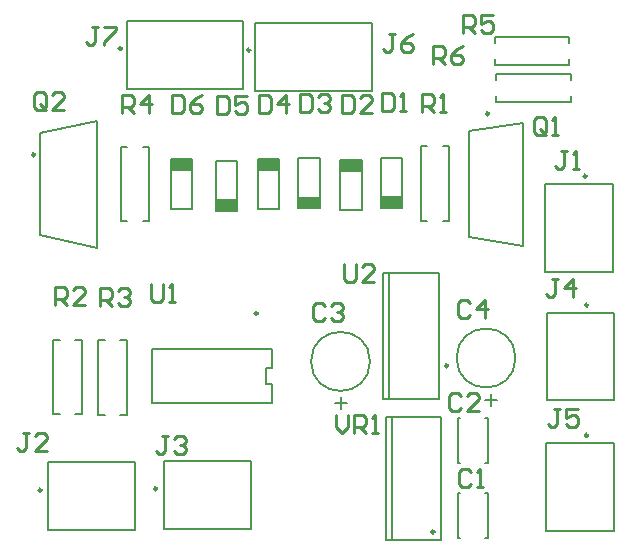
<source format=gto>
G04*
G04 #@! TF.GenerationSoftware,Altium Limited,Altium Designer,23.6.0 (18)*
G04*
G04 Layer_Color=65535*
%FSLAX44Y44*%
%MOMM*%
G71*
G04*
G04 #@! TF.SameCoordinates,C98FF4F9-6FCD-44A5-A41D-EB2AB3F7E161*
G04*
G04*
G04 #@! TF.FilePolarity,Positive*
G04*
G01*
G75*
%ADD10C,0.2500*%
%ADD11C,0.2000*%
%ADD12C,0.2540*%
%ADD13C,0.1500*%
%ADD14R,1.8500X0.9820*%
D10*
X493241Y344540D02*
G03*
X493241Y344540I-1250J0D01*
G01*
X410691Y397570D02*
G03*
X410691Y397570I-1250J0D01*
G01*
X208621Y451350D02*
G03*
X208621Y451350I-1250J0D01*
G01*
X99801Y452620D02*
G03*
X99801Y452620I-1250J0D01*
G01*
X376001Y184150D02*
G03*
X376001Y184150I-1250J0D01*
G01*
X494681Y235520D02*
G03*
X494681Y235520I-1250J0D01*
G01*
X129651Y80010D02*
G03*
X129651Y80010I-1250J0D01*
G01*
X31861Y78740D02*
G03*
X31861Y78740I-1250J0D01*
G01*
X214861Y228460D02*
G03*
X214861Y228460I-1250J0D01*
G01*
X364541Y43400D02*
G03*
X364541Y43400I-1250J0D01*
G01*
X494511Y125230D02*
G03*
X494511Y125230I-1250J0D01*
G01*
X26361Y362820D02*
G03*
X26361Y362820I-1250J0D01*
G01*
D11*
X309981Y187800D02*
G03*
X309981Y187800I-25000J0D01*
G01*
X433171Y190660D02*
G03*
X433171Y190660I-25000J0D01*
G01*
X515491Y263790D02*
Y337790D01*
X457991Y263790D02*
X515491D01*
X457991D02*
Y337790D01*
X515491D01*
X439241Y285820D02*
Y389820D01*
X393741Y382820D02*
X439241Y389820D01*
X393741Y292820D02*
X439241Y285820D01*
X393741Y292820D02*
Y382820D01*
X416761Y407100D02*
X479761D01*
X416761Y431100D02*
X479761D01*
X416761Y425840D02*
Y431100D01*
X479761Y407100D02*
Y412360D01*
X416761Y407100D02*
Y412360D01*
X479761Y425840D02*
Y431100D01*
X415491Y462850D02*
X478491D01*
X415491Y438850D02*
X478491D01*
Y444110D01*
X415491Y457590D02*
Y462850D01*
X478491Y457590D02*
Y462850D01*
X415491Y438850D02*
Y444110D01*
X212621Y416850D02*
Y474350D01*
Y416850D02*
X311621D01*
Y474350D01*
X212621D02*
X311621D01*
X103801Y418120D02*
Y475620D01*
Y418120D02*
X202801D01*
Y475620D01*
X103801D02*
X202801D01*
X326251Y156050D02*
Y263050D01*
X321251Y156050D02*
Y263050D01*
X368251Y156050D02*
Y263050D01*
X321251Y156050D02*
X368251D01*
X321251Y263050D02*
X368251D01*
X516931Y154770D02*
Y228770D01*
X459431Y154770D02*
X516931D01*
X459431D02*
Y228770D01*
X516931D01*
X135151Y103510D02*
X209151D01*
Y46010D02*
Y103510D01*
X135151Y46010D02*
X209151D01*
X135151D02*
Y103510D01*
X37361Y102240D02*
X111361D01*
Y44740D02*
Y102240D01*
X37361Y44740D02*
X111361D01*
X37361D02*
Y102240D01*
X124961Y198285D02*
X226561D01*
X124961Y152235D02*
Y198285D01*
Y152235D02*
X226561D01*
Y168681D01*
X221561D02*
X226561D01*
X221561D02*
Y181839D01*
X226561D01*
Y198285D01*
X384041Y38100D02*
Y76200D01*
X409441Y38100D02*
Y76200D01*
X384041D02*
X386241D01*
X384041Y38100D02*
X386241D01*
X407241D02*
X409441D01*
X407241Y76200D02*
X409441D01*
X328791Y36900D02*
Y140900D01*
X323791Y36900D02*
X369791D01*
Y36900D02*
Y140900D01*
X323791D02*
X369791D01*
X323791Y36900D02*
Y140900D01*
X409441Y101600D02*
Y139700D01*
X384041Y101600D02*
Y139700D01*
X407241Y101600D02*
X409441D01*
X407241Y139700D02*
X409441D01*
X384041D02*
X386241D01*
X384041Y101600D02*
X386241D01*
X516761Y44480D02*
Y118480D01*
X459261Y44480D02*
X516761D01*
X459261D02*
Y118480D01*
X516761D01*
X65841Y143210D02*
Y206210D01*
X41841Y143210D02*
Y206210D01*
Y143210D02*
X47101D01*
X60581Y206210D02*
X65841D01*
X60581Y143210D02*
X65841D01*
X41841Y206210D02*
X47101D01*
X376991Y306870D02*
Y369870D01*
X352991Y306870D02*
Y369870D01*
Y306870D02*
X358251D01*
X371731Y369870D02*
X376991D01*
X371731Y306870D02*
X376991D01*
X352991Y369870D02*
X358251D01*
X337411Y317840D02*
Y360340D01*
X318911D02*
X337411D01*
X318911Y317840D02*
X337411D01*
X318911D02*
Y360340D01*
X284621Y316020D02*
Y358520D01*
Y316020D02*
X303121D01*
X284621Y358520D02*
X303121D01*
Y316020D02*
Y358520D01*
X267561Y317290D02*
Y359790D01*
X249061D02*
X267561D01*
X249061Y317290D02*
X267561D01*
X249061D02*
Y359790D01*
X214771Y316570D02*
Y359070D01*
Y316570D02*
X233271D01*
X214771Y359070D02*
X233271D01*
Y316570D02*
Y359070D01*
X79941Y142490D02*
Y205490D01*
X103941Y142490D02*
Y205490D01*
X98681D02*
X103941D01*
X79941Y142490D02*
X85201D01*
X79941Y205490D02*
X85201D01*
X98681Y142490D02*
X103941D01*
X197711Y315300D02*
Y357800D01*
X179211D02*
X197711D01*
X179211Y315300D02*
X197711D01*
X179211D02*
Y357800D01*
X141111Y316570D02*
Y359070D01*
Y316570D02*
X159611D01*
X141111Y359070D02*
X159611D01*
Y316570D02*
Y359070D01*
X30711Y380820D02*
X79011Y391570D01*
Y284570D02*
Y391070D01*
X30711Y294820D02*
X79011Y284070D01*
X30711Y294820D02*
Y380820D01*
X98991Y306320D02*
Y369320D01*
X122991Y306320D02*
Y369320D01*
X117731D02*
X122991D01*
X98991Y306320D02*
X104251D01*
X98991Y369320D02*
X104251D01*
X117731Y306320D02*
X122991D01*
D12*
X476751Y365757D02*
X471673D01*
X474212D01*
Y353062D01*
X471673Y350522D01*
X469133D01*
X466594Y353062D01*
X481829Y350522D02*
X486908D01*
X484369D01*
Y365757D01*
X481829Y363218D01*
X458971Y382272D02*
Y392428D01*
X456432Y394967D01*
X451353D01*
X448814Y392428D01*
Y382272D01*
X451353Y379733D01*
X456432D01*
X453893Y384811D02*
X458971Y379733D01*
X456432D02*
X458971Y382272D01*
X464049Y379733D02*
X469128D01*
X466589D01*
Y394967D01*
X464049Y392428D01*
X363175Y439422D02*
Y454658D01*
X370793D01*
X373332Y452118D01*
Y447040D01*
X370793Y444501D01*
X363175D01*
X368253D02*
X373332Y439422D01*
X388567Y454658D02*
X383489Y452118D01*
X378410Y447040D01*
Y441962D01*
X380949Y439422D01*
X386028D01*
X388567Y441962D01*
Y444501D01*
X386028Y447040D01*
X378410D01*
X388575Y466092D02*
Y481328D01*
X396193D01*
X398732Y478788D01*
Y473710D01*
X396193Y471171D01*
X388575D01*
X393653D02*
X398732Y466092D01*
X413967Y481328D02*
X403810D01*
Y473710D01*
X408889Y476249D01*
X411428D01*
X413967Y473710D01*
Y468632D01*
X411428Y466092D01*
X406349D01*
X403810Y468632D01*
X330702Y464818D02*
X325623D01*
X328163D01*
Y452122D01*
X325623Y449582D01*
X323084D01*
X320545Y452122D01*
X345937Y464818D02*
X340858Y462278D01*
X335780Y457200D01*
Y452122D01*
X338319Y449582D01*
X343398D01*
X345937Y452122D01*
Y454661D01*
X343398Y457200D01*
X335780D01*
X79242Y471167D02*
X74163D01*
X76703D01*
Y458472D01*
X74163Y455933D01*
X71624D01*
X69085Y458472D01*
X84320Y471167D02*
X94477D01*
Y468628D01*
X84320Y458472D01*
Y455933D01*
X287525Y270508D02*
Y257812D01*
X290064Y255273D01*
X295143D01*
X297682Y257812D01*
Y270508D01*
X312917Y255273D02*
X302760D01*
X312917Y265429D01*
Y267968D01*
X310378Y270508D01*
X305299D01*
X302760Y267968D01*
X470402Y147317D02*
X465323D01*
X467863D01*
Y134622D01*
X465323Y132083D01*
X462784D01*
X460245Y134622D01*
X485637Y147317D02*
X475480D01*
Y139700D01*
X480559Y142239D01*
X483098D01*
X485637Y139700D01*
Y134622D01*
X483098Y132083D01*
X478019D01*
X475480Y134622D01*
X281177Y142238D02*
Y132081D01*
X286255Y127002D01*
X291333Y132081D01*
Y142238D01*
X296412Y127002D02*
Y142238D01*
X304029D01*
X306569Y139698D01*
Y134620D01*
X304029Y132081D01*
X296412D01*
X301490D02*
X306569Y127002D01*
X311647D02*
X316725D01*
X314186D01*
Y142238D01*
X311647Y139698D01*
X124199Y253741D02*
Y241045D01*
X126738Y238506D01*
X131817D01*
X134356Y241045D01*
Y253741D01*
X139434Y238506D02*
X144512D01*
X141973D01*
Y253741D01*
X139434Y251202D01*
X100323Y398526D02*
Y413761D01*
X107941D01*
X110480Y411222D01*
Y406143D01*
X107941Y403604D01*
X100323D01*
X105401D02*
X110480Y398526D01*
X123175D02*
Y413761D01*
X115558Y406143D01*
X125715D01*
X81273Y234696D02*
Y249931D01*
X88890D01*
X91430Y247392D01*
Y242313D01*
X88890Y239774D01*
X81273D01*
X86351D02*
X91430Y234696D01*
X96508Y247392D02*
X99047Y249931D01*
X104125D01*
X106665Y247392D01*
Y244853D01*
X104125Y242313D01*
X101586D01*
X104125D01*
X106665Y239774D01*
Y237235D01*
X104125Y234696D01*
X99047D01*
X96508Y237235D01*
X43173Y235204D02*
Y250439D01*
X50791D01*
X53330Y247900D01*
Y242822D01*
X50791Y240282D01*
X43173D01*
X48251D02*
X53330Y235204D01*
X68565D02*
X58408D01*
X68565Y245361D01*
Y247900D01*
X66026Y250439D01*
X60947D01*
X58408Y247900D01*
X354323Y399034D02*
Y414269D01*
X361940D01*
X364480Y411730D01*
Y406651D01*
X361940Y404112D01*
X354323D01*
X359401D02*
X364480Y399034D01*
X369558D02*
X374636D01*
X372097D01*
Y414269D01*
X369558Y411730D01*
X35296Y403605D02*
Y413762D01*
X32757Y416301D01*
X27678D01*
X25139Y413762D01*
Y403605D01*
X27678Y401066D01*
X32757D01*
X30217Y406144D02*
X35296Y401066D01*
X32757D02*
X35296Y403605D01*
X50531Y401066D02*
X40374D01*
X50531Y411223D01*
Y413762D01*
X47991Y416301D01*
X42913D01*
X40374Y413762D01*
X469132Y257808D02*
X464053D01*
X466593D01*
Y245112D01*
X464053Y242572D01*
X461514D01*
X458975Y245112D01*
X481828Y242572D02*
Y257808D01*
X474210Y250190D01*
X484367D01*
X138932Y124458D02*
X133853D01*
X136393D01*
Y111762D01*
X133853Y109222D01*
X131314D01*
X128775Y111762D01*
X144010Y121918D02*
X146549Y124458D01*
X151628D01*
X154167Y121918D01*
Y119379D01*
X151628Y116840D01*
X149088D01*
X151628D01*
X154167Y114301D01*
Y111762D01*
X151628Y109222D01*
X146549D01*
X144010Y111762D01*
X20822Y126997D02*
X15743D01*
X18283D01*
Y114302D01*
X15743Y111763D01*
X13204D01*
X10665Y114302D01*
X36057Y111763D02*
X25900D01*
X36057Y121919D01*
Y124458D01*
X33518Y126997D01*
X28439D01*
X25900Y124458D01*
X142487Y413761D02*
Y398526D01*
X150105D01*
X152644Y401065D01*
Y411222D01*
X150105Y413761D01*
X142487D01*
X167879D02*
X162800Y411222D01*
X157722Y406143D01*
Y401065D01*
X160261Y398526D01*
X165340D01*
X167879Y401065D01*
Y403604D01*
X165340Y406143D01*
X157722D01*
X180587Y412491D02*
Y397256D01*
X188204D01*
X190744Y399795D01*
Y409952D01*
X188204Y412491D01*
X180587D01*
X205979D02*
X195822D01*
Y404874D01*
X200900Y407413D01*
X203440D01*
X205979Y404874D01*
Y399795D01*
X203440Y397256D01*
X198361D01*
X195822Y399795D01*
X216147Y413761D02*
Y398526D01*
X223764D01*
X226304Y401065D01*
Y411222D01*
X223764Y413761D01*
X216147D01*
X239000Y398526D02*
Y413761D01*
X231382Y406143D01*
X241539D01*
X250437Y414269D02*
Y399034D01*
X258055D01*
X260594Y401573D01*
Y411730D01*
X258055Y414269D01*
X250437D01*
X265672Y411730D02*
X268211Y414269D01*
X273290D01*
X275829Y411730D01*
Y409191D01*
X273290Y406651D01*
X270750D01*
X273290D01*
X275829Y404112D01*
Y401573D01*
X273290Y399034D01*
X268211D01*
X265672Y401573D01*
X285997Y412999D02*
Y397764D01*
X293615D01*
X296154Y400303D01*
Y410460D01*
X293615Y412999D01*
X285997D01*
X311389Y397764D02*
X301232D01*
X311389Y407921D01*
Y410460D01*
X308850Y412999D01*
X303771D01*
X301232Y410460D01*
X320287Y415031D02*
Y399796D01*
X327905D01*
X330444Y402335D01*
Y412492D01*
X327905Y415031D01*
X320287D01*
X335522Y399796D02*
X340600D01*
X338061D01*
Y415031D01*
X335522Y412492D01*
X394706Y237232D02*
X392166Y239771D01*
X387088D01*
X384549Y237232D01*
Y227075D01*
X387088Y224536D01*
X392166D01*
X394706Y227075D01*
X407402Y224536D02*
Y239771D01*
X399784Y232153D01*
X409941D01*
X271516Y234438D02*
X268976Y236977D01*
X263898D01*
X261359Y234438D01*
Y224281D01*
X263898Y221742D01*
X268976D01*
X271516Y224281D01*
X276594Y234438D02*
X279133Y236977D01*
X284212D01*
X286751Y234438D01*
Y231899D01*
X284212Y229359D01*
X281672D01*
X284212D01*
X286751Y226820D01*
Y224281D01*
X284212Y221742D01*
X279133D01*
X276594Y224281D01*
X386582Y158748D02*
X384043Y161287D01*
X378964D01*
X376425Y158748D01*
Y148592D01*
X378964Y146053D01*
X384043D01*
X386582Y148592D01*
X401817Y146053D02*
X391660D01*
X401817Y156209D01*
Y158748D01*
X399278Y161287D01*
X394199D01*
X391660Y158748D01*
X395471Y93978D02*
X392932Y96517D01*
X387853D01*
X385314Y93978D01*
Y83822D01*
X387853Y81283D01*
X392932D01*
X395471Y83822D01*
X400549Y81283D02*
X405628D01*
X403088D01*
Y96517D01*
X400549Y93978D01*
D13*
X412103Y149860D02*
Y159857D01*
X407105Y154858D02*
X417102D01*
X285103Y147320D02*
Y157317D01*
X280105Y152318D02*
X290102D01*
D14*
X328161Y322750D02*
D03*
X293871Y353610D02*
D03*
X258311Y322200D02*
D03*
X224021Y354160D02*
D03*
X188461Y320210D02*
D03*
X150361Y354160D02*
D03*
M02*

</source>
